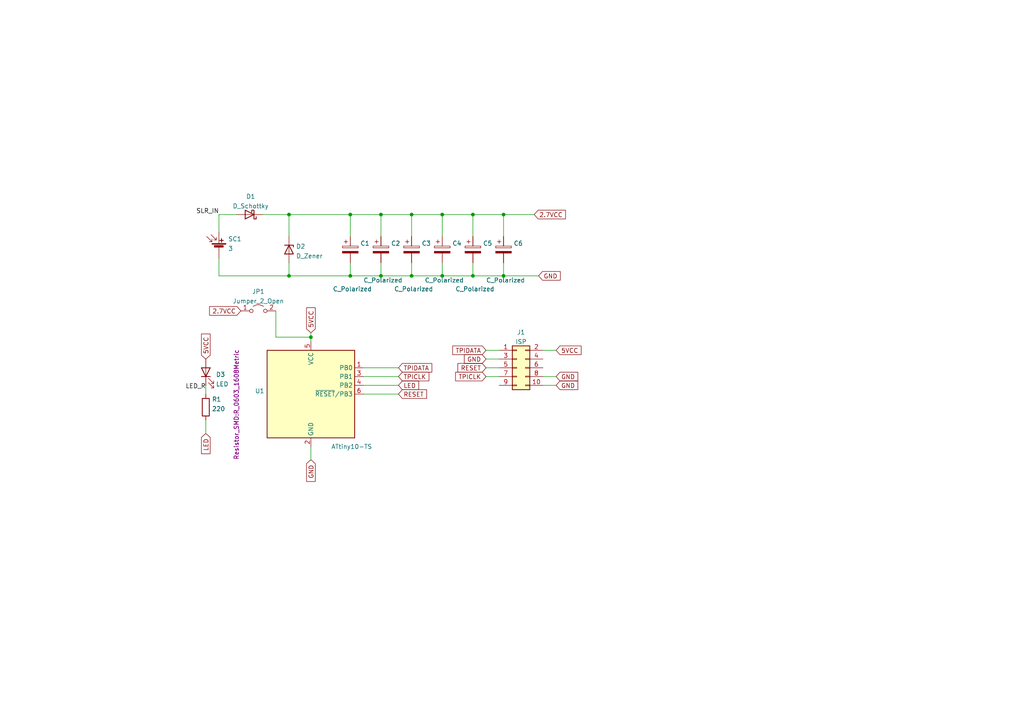
<source format=kicad_sch>
(kicad_sch (version 20211123) (generator eeschema)

  (uuid e63e39d7-6ac0-4ffd-8aa3-1841a4541b55)

  (paper "A4")

  (lib_symbols
    (symbol "Connector_Generic:Conn_02x05_Odd_Even" (pin_names (offset 1.016) hide) (in_bom yes) (on_board yes)
      (property "Reference" "J" (id 0) (at 1.27 7.62 0)
        (effects (font (size 1.27 1.27)))
      )
      (property "Value" "Conn_02x05_Odd_Even" (id 1) (at 1.27 -7.62 0)
        (effects (font (size 1.27 1.27)))
      )
      (property "Footprint" "" (id 2) (at 0 0 0)
        (effects (font (size 1.27 1.27)) hide)
      )
      (property "Datasheet" "~" (id 3) (at 0 0 0)
        (effects (font (size 1.27 1.27)) hide)
      )
      (property "ki_keywords" "connector" (id 4) (at 0 0 0)
        (effects (font (size 1.27 1.27)) hide)
      )
      (property "ki_description" "Generic connector, double row, 02x05, odd/even pin numbering scheme (row 1 odd numbers, row 2 even numbers), script generated (kicad-library-utils/schlib/autogen/connector/)" (id 5) (at 0 0 0)
        (effects (font (size 1.27 1.27)) hide)
      )
      (property "ki_fp_filters" "Connector*:*_2x??_*" (id 6) (at 0 0 0)
        (effects (font (size 1.27 1.27)) hide)
      )
      (symbol "Conn_02x05_Odd_Even_1_1"
        (rectangle (start -1.27 -4.953) (end 0 -5.207)
          (stroke (width 0.1524) (type default) (color 0 0 0 0))
          (fill (type none))
        )
        (rectangle (start -1.27 -2.413) (end 0 -2.667)
          (stroke (width 0.1524) (type default) (color 0 0 0 0))
          (fill (type none))
        )
        (rectangle (start -1.27 0.127) (end 0 -0.127)
          (stroke (width 0.1524) (type default) (color 0 0 0 0))
          (fill (type none))
        )
        (rectangle (start -1.27 2.667) (end 0 2.413)
          (stroke (width 0.1524) (type default) (color 0 0 0 0))
          (fill (type none))
        )
        (rectangle (start -1.27 5.207) (end 0 4.953)
          (stroke (width 0.1524) (type default) (color 0 0 0 0))
          (fill (type none))
        )
        (rectangle (start -1.27 6.35) (end 3.81 -6.35)
          (stroke (width 0.254) (type default) (color 0 0 0 0))
          (fill (type background))
        )
        (rectangle (start 3.81 -4.953) (end 2.54 -5.207)
          (stroke (width 0.1524) (type default) (color 0 0 0 0))
          (fill (type none))
        )
        (rectangle (start 3.81 -2.413) (end 2.54 -2.667)
          (stroke (width 0.1524) (type default) (color 0 0 0 0))
          (fill (type none))
        )
        (rectangle (start 3.81 0.127) (end 2.54 -0.127)
          (stroke (width 0.1524) (type default) (color 0 0 0 0))
          (fill (type none))
        )
        (rectangle (start 3.81 2.667) (end 2.54 2.413)
          (stroke (width 0.1524) (type default) (color 0 0 0 0))
          (fill (type none))
        )
        (rectangle (start 3.81 5.207) (end 2.54 4.953)
          (stroke (width 0.1524) (type default) (color 0 0 0 0))
          (fill (type none))
        )
        (pin passive line (at -5.08 5.08 0) (length 3.81)
          (name "Pin_1" (effects (font (size 1.27 1.27))))
          (number "1" (effects (font (size 1.27 1.27))))
        )
        (pin passive line (at 7.62 -5.08 180) (length 3.81)
          (name "Pin_10" (effects (font (size 1.27 1.27))))
          (number "10" (effects (font (size 1.27 1.27))))
        )
        (pin passive line (at 7.62 5.08 180) (length 3.81)
          (name "Pin_2" (effects (font (size 1.27 1.27))))
          (number "2" (effects (font (size 1.27 1.27))))
        )
        (pin passive line (at -5.08 2.54 0) (length 3.81)
          (name "Pin_3" (effects (font (size 1.27 1.27))))
          (number "3" (effects (font (size 1.27 1.27))))
        )
        (pin passive line (at 7.62 2.54 180) (length 3.81)
          (name "Pin_4" (effects (font (size 1.27 1.27))))
          (number "4" (effects (font (size 1.27 1.27))))
        )
        (pin passive line (at -5.08 0 0) (length 3.81)
          (name "Pin_5" (effects (font (size 1.27 1.27))))
          (number "5" (effects (font (size 1.27 1.27))))
        )
        (pin passive line (at 7.62 0 180) (length 3.81)
          (name "Pin_6" (effects (font (size 1.27 1.27))))
          (number "6" (effects (font (size 1.27 1.27))))
        )
        (pin passive line (at -5.08 -2.54 0) (length 3.81)
          (name "Pin_7" (effects (font (size 1.27 1.27))))
          (number "7" (effects (font (size 1.27 1.27))))
        )
        (pin passive line (at 7.62 -2.54 180) (length 3.81)
          (name "Pin_8" (effects (font (size 1.27 1.27))))
          (number "8" (effects (font (size 1.27 1.27))))
        )
        (pin passive line (at -5.08 -5.08 0) (length 3.81)
          (name "Pin_9" (effects (font (size 1.27 1.27))))
          (number "9" (effects (font (size 1.27 1.27))))
        )
      )
    )
    (symbol "Device:C_Polarized" (pin_numbers hide) (pin_names (offset 0.254)) (in_bom yes) (on_board yes)
      (property "Reference" "C" (id 0) (at 0.635 2.54 0)
        (effects (font (size 1.27 1.27)) (justify left))
      )
      (property "Value" "C_Polarized" (id 1) (at 0.635 -2.54 0)
        (effects (font (size 1.27 1.27)) (justify left))
      )
      (property "Footprint" "" (id 2) (at 0.9652 -3.81 0)
        (effects (font (size 1.27 1.27)) hide)
      )
      (property "Datasheet" "~" (id 3) (at 0 0 0)
        (effects (font (size 1.27 1.27)) hide)
      )
      (property "ki_keywords" "cap capacitor" (id 4) (at 0 0 0)
        (effects (font (size 1.27 1.27)) hide)
      )
      (property "ki_description" "Polarized capacitor" (id 5) (at 0 0 0)
        (effects (font (size 1.27 1.27)) hide)
      )
      (property "ki_fp_filters" "CP_*" (id 6) (at 0 0 0)
        (effects (font (size 1.27 1.27)) hide)
      )
      (symbol "C_Polarized_0_1"
        (rectangle (start -2.286 0.508) (end 2.286 1.016)
          (stroke (width 0) (type default) (color 0 0 0 0))
          (fill (type none))
        )
        (polyline
          (pts
            (xy -1.778 2.286)
            (xy -0.762 2.286)
          )
          (stroke (width 0) (type default) (color 0 0 0 0))
          (fill (type none))
        )
        (polyline
          (pts
            (xy -1.27 2.794)
            (xy -1.27 1.778)
          )
          (stroke (width 0) (type default) (color 0 0 0 0))
          (fill (type none))
        )
        (rectangle (start 2.286 -0.508) (end -2.286 -1.016)
          (stroke (width 0) (type default) (color 0 0 0 0))
          (fill (type outline))
        )
      )
      (symbol "C_Polarized_1_1"
        (pin passive line (at 0 3.81 270) (length 2.794)
          (name "~" (effects (font (size 1.27 1.27))))
          (number "1" (effects (font (size 1.27 1.27))))
        )
        (pin passive line (at 0 -3.81 90) (length 2.794)
          (name "~" (effects (font (size 1.27 1.27))))
          (number "2" (effects (font (size 1.27 1.27))))
        )
      )
    )
    (symbol "Device:D_Schottky" (pin_numbers hide) (pin_names (offset 1.016) hide) (in_bom yes) (on_board yes)
      (property "Reference" "D" (id 0) (at 0 2.54 0)
        (effects (font (size 1.27 1.27)))
      )
      (property "Value" "D_Schottky" (id 1) (at 0 -2.54 0)
        (effects (font (size 1.27 1.27)))
      )
      (property "Footprint" "" (id 2) (at 0 0 0)
        (effects (font (size 1.27 1.27)) hide)
      )
      (property "Datasheet" "~" (id 3) (at 0 0 0)
        (effects (font (size 1.27 1.27)) hide)
      )
      (property "ki_keywords" "diode Schottky" (id 4) (at 0 0 0)
        (effects (font (size 1.27 1.27)) hide)
      )
      (property "ki_description" "Schottky diode" (id 5) (at 0 0 0)
        (effects (font (size 1.27 1.27)) hide)
      )
      (property "ki_fp_filters" "TO-???* *_Diode_* *SingleDiode* D_*" (id 6) (at 0 0 0)
        (effects (font (size 1.27 1.27)) hide)
      )
      (symbol "D_Schottky_0_1"
        (polyline
          (pts
            (xy 1.27 0)
            (xy -1.27 0)
          )
          (stroke (width 0) (type default) (color 0 0 0 0))
          (fill (type none))
        )
        (polyline
          (pts
            (xy 1.27 1.27)
            (xy 1.27 -1.27)
            (xy -1.27 0)
            (xy 1.27 1.27)
          )
          (stroke (width 0.254) (type default) (color 0 0 0 0))
          (fill (type none))
        )
        (polyline
          (pts
            (xy -1.905 0.635)
            (xy -1.905 1.27)
            (xy -1.27 1.27)
            (xy -1.27 -1.27)
            (xy -0.635 -1.27)
            (xy -0.635 -0.635)
          )
          (stroke (width 0.254) (type default) (color 0 0 0 0))
          (fill (type none))
        )
      )
      (symbol "D_Schottky_1_1"
        (pin passive line (at -3.81 0 0) (length 2.54)
          (name "K" (effects (font (size 1.27 1.27))))
          (number "1" (effects (font (size 1.27 1.27))))
        )
        (pin passive line (at 3.81 0 180) (length 2.54)
          (name "A" (effects (font (size 1.27 1.27))))
          (number "2" (effects (font (size 1.27 1.27))))
        )
      )
    )
    (symbol "Device:D_Zener" (pin_numbers hide) (pin_names (offset 1.016) hide) (in_bom yes) (on_board yes)
      (property "Reference" "D" (id 0) (at 0 2.54 0)
        (effects (font (size 1.27 1.27)))
      )
      (property "Value" "D_Zener" (id 1) (at 0 -2.54 0)
        (effects (font (size 1.27 1.27)))
      )
      (property "Footprint" "" (id 2) (at 0 0 0)
        (effects (font (size 1.27 1.27)) hide)
      )
      (property "Datasheet" "~" (id 3) (at 0 0 0)
        (effects (font (size 1.27 1.27)) hide)
      )
      (property "ki_keywords" "diode" (id 4) (at 0 0 0)
        (effects (font (size 1.27 1.27)) hide)
      )
      (property "ki_description" "Zener diode" (id 5) (at 0 0 0)
        (effects (font (size 1.27 1.27)) hide)
      )
      (property "ki_fp_filters" "TO-???* *_Diode_* *SingleDiode* D_*" (id 6) (at 0 0 0)
        (effects (font (size 1.27 1.27)) hide)
      )
      (symbol "D_Zener_0_1"
        (polyline
          (pts
            (xy 1.27 0)
            (xy -1.27 0)
          )
          (stroke (width 0) (type default) (color 0 0 0 0))
          (fill (type none))
        )
        (polyline
          (pts
            (xy -1.27 -1.27)
            (xy -1.27 1.27)
            (xy -0.762 1.27)
          )
          (stroke (width 0.254) (type default) (color 0 0 0 0))
          (fill (type none))
        )
        (polyline
          (pts
            (xy 1.27 -1.27)
            (xy 1.27 1.27)
            (xy -1.27 0)
            (xy 1.27 -1.27)
          )
          (stroke (width 0.254) (type default) (color 0 0 0 0))
          (fill (type none))
        )
      )
      (symbol "D_Zener_1_1"
        (pin passive line (at -3.81 0 0) (length 2.54)
          (name "K" (effects (font (size 1.27 1.27))))
          (number "1" (effects (font (size 1.27 1.27))))
        )
        (pin passive line (at 3.81 0 180) (length 2.54)
          (name "A" (effects (font (size 1.27 1.27))))
          (number "2" (effects (font (size 1.27 1.27))))
        )
      )
    )
    (symbol "Device:LED" (pin_numbers hide) (pin_names (offset 1.016) hide) (in_bom yes) (on_board yes)
      (property "Reference" "D" (id 0) (at 0 2.54 0)
        (effects (font (size 1.27 1.27)))
      )
      (property "Value" "LED" (id 1) (at 0 -2.54 0)
        (effects (font (size 1.27 1.27)))
      )
      (property "Footprint" "" (id 2) (at 0 0 0)
        (effects (font (size 1.27 1.27)) hide)
      )
      (property "Datasheet" "~" (id 3) (at 0 0 0)
        (effects (font (size 1.27 1.27)) hide)
      )
      (property "ki_keywords" "LED diode" (id 4) (at 0 0 0)
        (effects (font (size 1.27 1.27)) hide)
      )
      (property "ki_description" "Light emitting diode" (id 5) (at 0 0 0)
        (effects (font (size 1.27 1.27)) hide)
      )
      (property "ki_fp_filters" "LED* LED_SMD:* LED_THT:*" (id 6) (at 0 0 0)
        (effects (font (size 1.27 1.27)) hide)
      )
      (symbol "LED_0_1"
        (polyline
          (pts
            (xy -1.27 -1.27)
            (xy -1.27 1.27)
          )
          (stroke (width 0.254) (type default) (color 0 0 0 0))
          (fill (type none))
        )
        (polyline
          (pts
            (xy -1.27 0)
            (xy 1.27 0)
          )
          (stroke (width 0) (type default) (color 0 0 0 0))
          (fill (type none))
        )
        (polyline
          (pts
            (xy 1.27 -1.27)
            (xy 1.27 1.27)
            (xy -1.27 0)
            (xy 1.27 -1.27)
          )
          (stroke (width 0.254) (type default) (color 0 0 0 0))
          (fill (type none))
        )
        (polyline
          (pts
            (xy -3.048 -0.762)
            (xy -4.572 -2.286)
            (xy -3.81 -2.286)
            (xy -4.572 -2.286)
            (xy -4.572 -1.524)
          )
          (stroke (width 0) (type default) (color 0 0 0 0))
          (fill (type none))
        )
        (polyline
          (pts
            (xy -1.778 -0.762)
            (xy -3.302 -2.286)
            (xy -2.54 -2.286)
            (xy -3.302 -2.286)
            (xy -3.302 -1.524)
          )
          (stroke (width 0) (type default) (color 0 0 0 0))
          (fill (type none))
        )
      )
      (symbol "LED_1_1"
        (pin passive line (at -3.81 0 0) (length 2.54)
          (name "K" (effects (font (size 1.27 1.27))))
          (number "1" (effects (font (size 1.27 1.27))))
        )
        (pin passive line (at 3.81 0 180) (length 2.54)
          (name "A" (effects (font (size 1.27 1.27))))
          (number "2" (effects (font (size 1.27 1.27))))
        )
      )
    )
    (symbol "Device:R" (pin_numbers hide) (pin_names (offset 0)) (in_bom yes) (on_board yes)
      (property "Reference" "R" (id 0) (at 2.032 0 90)
        (effects (font (size 1.27 1.27)))
      )
      (property "Value" "R" (id 1) (at 0 0 90)
        (effects (font (size 1.27 1.27)))
      )
      (property "Footprint" "" (id 2) (at -1.778 0 90)
        (effects (font (size 1.27 1.27)) hide)
      )
      (property "Datasheet" "~" (id 3) (at 0 0 0)
        (effects (font (size 1.27 1.27)) hide)
      )
      (property "ki_keywords" "R res resistor" (id 4) (at 0 0 0)
        (effects (font (size 1.27 1.27)) hide)
      )
      (property "ki_description" "Resistor" (id 5) (at 0 0 0)
        (effects (font (size 1.27 1.27)) hide)
      )
      (property "ki_fp_filters" "R_*" (id 6) (at 0 0 0)
        (effects (font (size 1.27 1.27)) hide)
      )
      (symbol "R_0_1"
        (rectangle (start -1.016 -2.54) (end 1.016 2.54)
          (stroke (width 0.254) (type default) (color 0 0 0 0))
          (fill (type none))
        )
      )
      (symbol "R_1_1"
        (pin passive line (at 0 3.81 270) (length 1.27)
          (name "~" (effects (font (size 1.27 1.27))))
          (number "1" (effects (font (size 1.27 1.27))))
        )
        (pin passive line (at 0 -3.81 90) (length 1.27)
          (name "~" (effects (font (size 1.27 1.27))))
          (number "2" (effects (font (size 1.27 1.27))))
        )
      )
    )
    (symbol "Device:Solar_Cell" (pin_numbers hide) (pin_names (offset 0) hide) (in_bom yes) (on_board yes)
      (property "Reference" "SC" (id 0) (at 2.54 2.54 0)
        (effects (font (size 1.27 1.27)) (justify left))
      )
      (property "Value" "Solar_Cell" (id 1) (at 2.54 0 0)
        (effects (font (size 1.27 1.27)) (justify left))
      )
      (property "Footprint" "" (id 2) (at 0 1.524 90)
        (effects (font (size 1.27 1.27)) hide)
      )
      (property "Datasheet" "~" (id 3) (at 0 1.524 90)
        (effects (font (size 1.27 1.27)) hide)
      )
      (property "ki_keywords" "solar cell" (id 4) (at 0 0 0)
        (effects (font (size 1.27 1.27)) hide)
      )
      (property "ki_description" "Single solar cell" (id 5) (at 0 0 0)
        (effects (font (size 1.27 1.27)) hide)
      )
      (symbol "Solar_Cell_0_1"
        (rectangle (start -2.032 1.778) (end 2.032 1.524)
          (stroke (width 0) (type default) (color 0 0 0 0))
          (fill (type outline))
        )
        (rectangle (start -1.3208 1.1938) (end 1.27 0.6858)
          (stroke (width 0) (type default) (color 0 0 0 0))
          (fill (type outline))
        )
        (polyline
          (pts
            (xy -2.032 2.286)
            (xy -3.556 3.81)
          )
          (stroke (width 0) (type default) (color 0 0 0 0))
          (fill (type none))
        )
        (polyline
          (pts
            (xy -0.762 2.794)
            (xy -2.286 4.318)
          )
          (stroke (width 0) (type default) (color 0 0 0 0))
          (fill (type none))
        )
        (polyline
          (pts
            (xy 0 0.762)
            (xy 0 0)
          )
          (stroke (width 0) (type default) (color 0 0 0 0))
          (fill (type none))
        )
        (polyline
          (pts
            (xy 0 1.778)
            (xy 0 2.54)
          )
          (stroke (width 0) (type default) (color 0 0 0 0))
          (fill (type none))
        )
        (polyline
          (pts
            (xy 0.254 2.667)
            (xy 1.27 2.667)
          )
          (stroke (width 0.254) (type default) (color 0 0 0 0))
          (fill (type none))
        )
        (polyline
          (pts
            (xy 0.762 3.175)
            (xy 0.762 2.159)
          )
          (stroke (width 0.254) (type default) (color 0 0 0 0))
          (fill (type none))
        )
        (polyline
          (pts
            (xy -2.032 3.048)
            (xy -2.032 2.286)
            (xy -2.794 2.286)
          )
          (stroke (width 0) (type default) (color 0 0 0 0))
          (fill (type none))
        )
        (polyline
          (pts
            (xy -0.762 3.556)
            (xy -0.762 2.794)
            (xy -1.524 2.794)
          )
          (stroke (width 0) (type default) (color 0 0 0 0))
          (fill (type none))
        )
      )
      (symbol "Solar_Cell_1_1"
        (pin passive line (at 0 5.08 270) (length 2.54)
          (name "+" (effects (font (size 1.27 1.27))))
          (number "1" (effects (font (size 1.27 1.27))))
        )
        (pin passive line (at 0 -2.54 90) (length 2.54)
          (name "-" (effects (font (size 1.27 1.27))))
          (number "2" (effects (font (size 1.27 1.27))))
        )
      )
    )
    (symbol "Jumper:Jumper_2_Open" (pin_names (offset 0) hide) (in_bom yes) (on_board yes)
      (property "Reference" "JP" (id 0) (at 0 2.794 0)
        (effects (font (size 1.27 1.27)))
      )
      (property "Value" "Jumper_2_Open" (id 1) (at 0 -2.286 0)
        (effects (font (size 1.27 1.27)))
      )
      (property "Footprint" "" (id 2) (at 0 0 0)
        (effects (font (size 1.27 1.27)) hide)
      )
      (property "Datasheet" "~" (id 3) (at 0 0 0)
        (effects (font (size 1.27 1.27)) hide)
      )
      (property "ki_keywords" "Jumper SPST" (id 4) (at 0 0 0)
        (effects (font (size 1.27 1.27)) hide)
      )
      (property "ki_description" "Jumper, 2-pole, open" (id 5) (at 0 0 0)
        (effects (font (size 1.27 1.27)) hide)
      )
      (property "ki_fp_filters" "Jumper* TestPoint*2Pads* TestPoint*Bridge*" (id 6) (at 0 0 0)
        (effects (font (size 1.27 1.27)) hide)
      )
      (symbol "Jumper_2_Open_0_0"
        (circle (center -2.032 0) (radius 0.508)
          (stroke (width 0) (type default) (color 0 0 0 0))
          (fill (type none))
        )
        (circle (center 2.032 0) (radius 0.508)
          (stroke (width 0) (type default) (color 0 0 0 0))
          (fill (type none))
        )
      )
      (symbol "Jumper_2_Open_0_1"
        (arc (start 1.524 1.27) (mid 0 1.778) (end -1.524 1.27)
          (stroke (width 0) (type default) (color 0 0 0 0))
          (fill (type none))
        )
      )
      (symbol "Jumper_2_Open_1_1"
        (pin passive line (at -5.08 0 0) (length 2.54)
          (name "A" (effects (font (size 1.27 1.27))))
          (number "1" (effects (font (size 1.27 1.27))))
        )
        (pin passive line (at 5.08 0 180) (length 2.54)
          (name "B" (effects (font (size 1.27 1.27))))
          (number "2" (effects (font (size 1.27 1.27))))
        )
      )
    )
    (symbol "MCU_Microchip_ATtiny:ATtiny10-TS" (in_bom yes) (on_board yes)
      (property "Reference" "U" (id 0) (at -12.7 13.97 0)
        (effects (font (size 1.27 1.27)) (justify left bottom))
      )
      (property "Value" "ATtiny10-TS" (id 1) (at 2.54 -13.97 0)
        (effects (font (size 1.27 1.27)) (justify left top))
      )
      (property "Footprint" "Package_TO_SOT_SMD:SOT-23-6" (id 2) (at 0 0 0)
        (effects (font (size 1.27 1.27) italic) hide)
      )
      (property "Datasheet" "http://ww1.microchip.com/downloads/en/DeviceDoc/Atmel-8127-AVR-8-bit-Microcontroller-ATtiny4-ATtiny5-ATtiny9-ATtiny10_Datasheet.pdf" (id 3) (at 0 0 0)
        (effects (font (size 1.27 1.27)) hide)
      )
      (property "ki_keywords" "AVR 8bit Microcontroller tinyAVR" (id 4) (at 0 0 0)
        (effects (font (size 1.27 1.27)) hide)
      )
      (property "ki_description" "12MHz, 1kB Flash, 32B SRAM, No EEPROM, ADC, SOT-23-6" (id 5) (at 0 0 0)
        (effects (font (size 1.27 1.27)) hide)
      )
      (property "ki_fp_filters" "SOT?23?6*" (id 6) (at 0 0 0)
        (effects (font (size 1.27 1.27)) hide)
      )
      (symbol "ATtiny10-TS_0_1"
        (rectangle (start -12.7 -12.7) (end 12.7 12.7)
          (stroke (width 0.254) (type default) (color 0 0 0 0))
          (fill (type background))
        )
      )
      (symbol "ATtiny10-TS_1_1"
        (pin bidirectional line (at 15.24 7.62 180) (length 2.54)
          (name "PB0" (effects (font (size 1.27 1.27))))
          (number "1" (effects (font (size 1.27 1.27))))
        )
        (pin power_in line (at 0 -15.24 90) (length 2.54)
          (name "GND" (effects (font (size 1.27 1.27))))
          (number "2" (effects (font (size 1.27 1.27))))
        )
        (pin bidirectional line (at 15.24 5.08 180) (length 2.54)
          (name "PB1" (effects (font (size 1.27 1.27))))
          (number "3" (effects (font (size 1.27 1.27))))
        )
        (pin bidirectional line (at 15.24 2.54 180) (length 2.54)
          (name "PB2" (effects (font (size 1.27 1.27))))
          (number "4" (effects (font (size 1.27 1.27))))
        )
        (pin power_in line (at 0 15.24 270) (length 2.54)
          (name "VCC" (effects (font (size 1.27 1.27))))
          (number "5" (effects (font (size 1.27 1.27))))
        )
        (pin bidirectional line (at 15.24 0 180) (length 2.54)
          (name "~{RESET}/PB3" (effects (font (size 1.27 1.27))))
          (number "6" (effects (font (size 1.27 1.27))))
        )
      )
    )
  )

  (junction (at 128.27 80.01) (diameter 0) (color 0 0 0 0)
    (uuid 00074e33-34a2-401f-9172-43240616ed64)
  )
  (junction (at 110.49 80.01) (diameter 0) (color 0 0 0 0)
    (uuid 196df641-188e-42be-bfd5-3b73999c9340)
  )
  (junction (at 137.16 62.23) (diameter 0) (color 0 0 0 0)
    (uuid 1e630552-64f1-4b1e-bf36-d083cefac118)
  )
  (junction (at 128.27 62.23) (diameter 0) (color 0 0 0 0)
    (uuid 4db3d835-759e-428d-8c7d-7360ec0f8969)
  )
  (junction (at 119.38 62.23) (diameter 0) (color 0 0 0 0)
    (uuid 55f7e46c-97d7-4154-81fe-9f8a060ae2a6)
  )
  (junction (at 146.05 80.01) (diameter 0) (color 0 0 0 0)
    (uuid 670cc3ae-fafc-449a-bdf7-6d3778c2b497)
  )
  (junction (at 101.6 62.23) (diameter 0) (color 0 0 0 0)
    (uuid 68d79f59-914c-437e-87b6-b3fcc70fb337)
  )
  (junction (at 90.17 97.79) (diameter 0) (color 0 0 0 0)
    (uuid 889278bf-0fab-440b-8e14-cf47818b4f62)
  )
  (junction (at 110.49 62.23) (diameter 0) (color 0 0 0 0)
    (uuid 95d541ec-ae0d-47e9-b844-a9f0310c64ef)
  )
  (junction (at 101.6 80.01) (diameter 0) (color 0 0 0 0)
    (uuid 9ca7c142-8976-4bce-9681-5f8ed596edf1)
  )
  (junction (at 83.82 62.23) (diameter 0) (color 0 0 0 0)
    (uuid e0bdfc74-59eb-49e8-97d1-db490fbe5a34)
  )
  (junction (at 83.82 80.01) (diameter 0) (color 0 0 0 0)
    (uuid e73ba54f-b826-40a9-83b5-80a32ffbf61c)
  )
  (junction (at 146.05 62.23) (diameter 0) (color 0 0 0 0)
    (uuid fa3a7465-64d2-4d78-8df7-d7b4267cfda9)
  )
  (junction (at 119.38 80.01) (diameter 0) (color 0 0 0 0)
    (uuid fb55321b-fb62-4406-b121-03b1f0355b6e)
  )
  (junction (at 137.16 80.01) (diameter 0) (color 0 0 0 0)
    (uuid fee2eb14-878e-4717-8fb1-e6c299500135)
  )

  (wire (pts (xy 110.49 62.23) (xy 110.49 68.58))
    (stroke (width 0) (type default) (color 0 0 0 0))
    (uuid 00f45313-a3ac-44cb-87a7-93eee8b060f3)
  )
  (wire (pts (xy 140.97 106.68) (xy 144.78 106.68))
    (stroke (width 0) (type default) (color 0 0 0 0))
    (uuid 031d52f3-b212-4fa1-b3cb-246aa6743308)
  )
  (wire (pts (xy 105.41 109.22) (xy 115.57 109.22))
    (stroke (width 0) (type default) (color 0 0 0 0))
    (uuid 0938f90e-7434-49c2-88de-3d1bfde4dc11)
  )
  (wire (pts (xy 63.5 74.93) (xy 63.5 80.01))
    (stroke (width 0) (type default) (color 0 0 0 0))
    (uuid 1066b53b-9c27-44e1-b260-1f7016728f2c)
  )
  (wire (pts (xy 90.17 97.79) (xy 90.17 99.06))
    (stroke (width 0) (type default) (color 0 0 0 0))
    (uuid 15941d7a-f595-4f96-b806-3fd20660689a)
  )
  (wire (pts (xy 90.17 133.35) (xy 90.17 129.54))
    (stroke (width 0) (type default) (color 0 0 0 0))
    (uuid 1ed92cd0-54f0-496d-972a-6dd6d8592f00)
  )
  (wire (pts (xy 101.6 80.01) (xy 110.49 80.01))
    (stroke (width 0) (type default) (color 0 0 0 0))
    (uuid 207f1c24-796a-4fce-9c6e-0d994708e3b3)
  )
  (wire (pts (xy 105.41 111.76) (xy 115.57 111.76))
    (stroke (width 0) (type default) (color 0 0 0 0))
    (uuid 2892906c-8a80-4bb0-a63c-9fe400bdec64)
  )
  (wire (pts (xy 128.27 62.23) (xy 137.16 62.23))
    (stroke (width 0) (type default) (color 0 0 0 0))
    (uuid 2c904f09-3eb1-4ec9-b9ec-8dee7e86201f)
  )
  (wire (pts (xy 80.01 97.79) (xy 90.17 97.79))
    (stroke (width 0) (type default) (color 0 0 0 0))
    (uuid 2dbcb893-1957-4f47-a0d3-2a002434e792)
  )
  (wire (pts (xy 157.48 111.76) (xy 161.29 111.76))
    (stroke (width 0) (type default) (color 0 0 0 0))
    (uuid 2df5fef6-2edb-481c-ab14-eaffbbd742fe)
  )
  (wire (pts (xy 119.38 76.2) (xy 119.38 80.01))
    (stroke (width 0) (type default) (color 0 0 0 0))
    (uuid 31b49213-3efb-46ce-acf2-8aaf619659e1)
  )
  (wire (pts (xy 110.49 76.2) (xy 110.49 80.01))
    (stroke (width 0) (type default) (color 0 0 0 0))
    (uuid 346360fe-6a82-455c-91fa-ed9edaf75678)
  )
  (wire (pts (xy 83.82 76.2) (xy 83.82 80.01))
    (stroke (width 0) (type default) (color 0 0 0 0))
    (uuid 34fb8779-9a92-44ba-b6c9-7eaf7f2a97bd)
  )
  (wire (pts (xy 146.05 76.2) (xy 146.05 80.01))
    (stroke (width 0) (type default) (color 0 0 0 0))
    (uuid 3904015b-defd-406c-98cf-4894eb643cc9)
  )
  (wire (pts (xy 128.27 80.01) (xy 137.16 80.01))
    (stroke (width 0) (type default) (color 0 0 0 0))
    (uuid 3d120c82-ce6d-4186-b5d9-46eed2e292ee)
  )
  (wire (pts (xy 63.5 80.01) (xy 83.82 80.01))
    (stroke (width 0) (type default) (color 0 0 0 0))
    (uuid 4710beee-1efa-4e95-a9d0-531489e9938f)
  )
  (wire (pts (xy 128.27 76.2) (xy 128.27 80.01))
    (stroke (width 0) (type default) (color 0 0 0 0))
    (uuid 4bbe1ce7-c6e4-4857-865b-8f94f2e0aff7)
  )
  (wire (pts (xy 105.41 114.3) (xy 115.57 114.3))
    (stroke (width 0) (type default) (color 0 0 0 0))
    (uuid 4ca9f5a3-540a-479a-87c9-f2a2b6f53147)
  )
  (wire (pts (xy 157.48 101.6) (xy 161.29 101.6))
    (stroke (width 0) (type default) (color 0 0 0 0))
    (uuid 4d868e47-36ee-4192-b597-de1c1c25b43c)
  )
  (wire (pts (xy 83.82 62.23) (xy 101.6 62.23))
    (stroke (width 0) (type default) (color 0 0 0 0))
    (uuid 4e7bc4a4-0883-49d3-91d8-8b019c6b5cc7)
  )
  (wire (pts (xy 119.38 62.23) (xy 128.27 62.23))
    (stroke (width 0) (type default) (color 0 0 0 0))
    (uuid 4f3dae5a-1d16-400e-a391-e6eed544ba4f)
  )
  (wire (pts (xy 146.05 80.01) (xy 156.21 80.01))
    (stroke (width 0) (type default) (color 0 0 0 0))
    (uuid 5a159875-761f-4c54-af5b-3ec066be7622)
  )
  (wire (pts (xy 63.5 67.31) (xy 63.5 62.23))
    (stroke (width 0) (type default) (color 0 0 0 0))
    (uuid 5bd6220d-ef51-4ffc-839e-a2bf1078bd2a)
  )
  (wire (pts (xy 146.05 62.23) (xy 146.05 68.58))
    (stroke (width 0) (type default) (color 0 0 0 0))
    (uuid 5c780b1a-a221-45d8-872b-dd9b94e2bc5f)
  )
  (wire (pts (xy 140.97 109.22) (xy 144.78 109.22))
    (stroke (width 0) (type default) (color 0 0 0 0))
    (uuid 5c788ba3-1b7e-4660-9f3d-775a3c4b7dca)
  )
  (wire (pts (xy 140.97 104.14) (xy 144.78 104.14))
    (stroke (width 0) (type default) (color 0 0 0 0))
    (uuid 5d8fcfa2-4966-4bf3-970f-25575d0445f8)
  )
  (wire (pts (xy 110.49 62.23) (xy 119.38 62.23))
    (stroke (width 0) (type default) (color 0 0 0 0))
    (uuid 6321ceac-142a-4c86-8321-42819287221a)
  )
  (wire (pts (xy 83.82 80.01) (xy 101.6 80.01))
    (stroke (width 0) (type default) (color 0 0 0 0))
    (uuid 6a7ff31e-f318-4512-92b7-5c2b9db072de)
  )
  (wire (pts (xy 76.2 62.23) (xy 83.82 62.23))
    (stroke (width 0) (type default) (color 0 0 0 0))
    (uuid 7d637fa6-85ea-4505-a399-87ca530fa22e)
  )
  (wire (pts (xy 119.38 80.01) (xy 128.27 80.01))
    (stroke (width 0) (type default) (color 0 0 0 0))
    (uuid 89434e9c-a6ff-4151-be6a-8de2fa2c07be)
  )
  (wire (pts (xy 128.27 62.23) (xy 128.27 68.58))
    (stroke (width 0) (type default) (color 0 0 0 0))
    (uuid 9222ace0-1173-4fa4-ad84-a50c2bf5f4a9)
  )
  (wire (pts (xy 101.6 76.2) (xy 101.6 80.01))
    (stroke (width 0) (type default) (color 0 0 0 0))
    (uuid 9cad6e49-781f-41c3-9051-2eab57c748e4)
  )
  (wire (pts (xy 110.49 80.01) (xy 119.38 80.01))
    (stroke (width 0) (type default) (color 0 0 0 0))
    (uuid 9db6f247-305e-491e-bcd8-6eef02e284d4)
  )
  (wire (pts (xy 59.69 121.92) (xy 59.69 125.73))
    (stroke (width 0) (type default) (color 0 0 0 0))
    (uuid b4877e61-d908-4a92-9ac0-5dfa5a23f7e8)
  )
  (wire (pts (xy 157.48 109.22) (xy 161.29 109.22))
    (stroke (width 0) (type default) (color 0 0 0 0))
    (uuid b5212aeb-c880-474d-b06d-1a0fe43421c0)
  )
  (wire (pts (xy 101.6 62.23) (xy 101.6 68.58))
    (stroke (width 0) (type default) (color 0 0 0 0))
    (uuid b97da0d1-933e-437b-b322-ba7a39e7315f)
  )
  (wire (pts (xy 137.16 62.23) (xy 137.16 68.58))
    (stroke (width 0) (type default) (color 0 0 0 0))
    (uuid c1cffa00-ea60-4605-9042-cd42a6dba9df)
  )
  (wire (pts (xy 83.82 62.23) (xy 83.82 68.58))
    (stroke (width 0) (type default) (color 0 0 0 0))
    (uuid c43ca047-e006-4acc-a678-72a203027a8d)
  )
  (wire (pts (xy 119.38 62.23) (xy 119.38 68.58))
    (stroke (width 0) (type default) (color 0 0 0 0))
    (uuid c5353bab-6942-498e-a03b-2a8ebbadb837)
  )
  (wire (pts (xy 140.97 101.6) (xy 144.78 101.6))
    (stroke (width 0) (type default) (color 0 0 0 0))
    (uuid c7468481-7a51-45fb-9470-a181e730bfe1)
  )
  (wire (pts (xy 137.16 76.2) (xy 137.16 80.01))
    (stroke (width 0) (type default) (color 0 0 0 0))
    (uuid c98cecc3-9483-4291-8162-ee6160a6b987)
  )
  (wire (pts (xy 146.05 62.23) (xy 154.94 62.23))
    (stroke (width 0) (type default) (color 0 0 0 0))
    (uuid cd8f0709-e85b-405f-a762-1e67e3473fa9)
  )
  (wire (pts (xy 63.5 62.23) (xy 68.58 62.23))
    (stroke (width 0) (type default) (color 0 0 0 0))
    (uuid d027317d-5ce6-4903-9c1f-ec306218f1b2)
  )
  (wire (pts (xy 105.41 106.68) (xy 115.57 106.68))
    (stroke (width 0) (type default) (color 0 0 0 0))
    (uuid daf8e4b9-c38f-45e0-9788-49fbd6270355)
  )
  (wire (pts (xy 137.16 62.23) (xy 146.05 62.23))
    (stroke (width 0) (type default) (color 0 0 0 0))
    (uuid e24dd0ab-4d7c-476a-9f92-1b8f2b33b749)
  )
  (wire (pts (xy 80.01 90.17) (xy 80.01 97.79))
    (stroke (width 0) (type default) (color 0 0 0 0))
    (uuid f4b85731-ab42-4e1c-9318-44e89caa1ae9)
  )
  (wire (pts (xy 59.69 114.3) (xy 59.69 111.76))
    (stroke (width 0) (type default) (color 0 0 0 0))
    (uuid f5693b36-24a4-4e95-8efc-9706ec7f766d)
  )
  (wire (pts (xy 137.16 80.01) (xy 146.05 80.01))
    (stroke (width 0) (type default) (color 0 0 0 0))
    (uuid faa662fa-1699-463a-a421-2ea83528a27a)
  )
  (wire (pts (xy 90.17 96.52) (xy 90.17 97.79))
    (stroke (width 0) (type default) (color 0 0 0 0))
    (uuid fb2f8970-b77c-4269-ba94-2c94275e1ea3)
  )
  (wire (pts (xy 101.6 62.23) (xy 110.49 62.23))
    (stroke (width 0) (type default) (color 0 0 0 0))
    (uuid fe1b2620-2cee-44ab-9836-da18956ca669)
  )

  (label "LED_R" (at 59.69 113.03 180)
    (effects (font (size 1.27 1.27)) (justify right bottom))
    (uuid 357f14ac-f463-4f1c-b459-8a9026b94574)
  )
  (label "SLR_IN" (at 63.5 62.23 180)
    (effects (font (size 1.27 1.27)) (justify right bottom))
    (uuid 92bf0a5c-29e3-458b-94c5-3199741d295a)
  )

  (global_label "TPICLK" (shape input) (at 140.97 109.22 180) (fields_autoplaced)
    (effects (font (size 1.27 1.27)) (justify right))
    (uuid 00d01dd8-a49d-41de-8342-4146434cdc99)
    (property "Intersheet References" "${INTERSHEET_REFS}" (id 0) (at 132.1464 109.1406 0)
      (effects (font (size 1.27 1.27)) (justify right) hide)
    )
  )
  (global_label "5VCC" (shape input) (at 90.17 96.52 90) (fields_autoplaced)
    (effects (font (size 1.27 1.27)) (justify left))
    (uuid 00d3f209-8c85-4119-997b-c0aa37c35f41)
    (property "Intersheet References" "${INTERSHEET_REFS}" (id 0) (at 90.0906 89.2688 90)
      (effects (font (size 1.27 1.27)) (justify left) hide)
    )
  )
  (global_label "GND" (shape input) (at 140.97 104.14 180) (fields_autoplaced)
    (effects (font (size 1.27 1.27)) (justify right))
    (uuid 03d62286-7997-46b5-b5ff-fa4ef4a6db67)
    (property "Intersheet References" "${INTERSHEET_REFS}" (id 0) (at 134.6864 104.2194 0)
      (effects (font (size 1.27 1.27)) (justify right) hide)
    )
  )
  (global_label "TPIDATA" (shape input) (at 140.97 101.6 180) (fields_autoplaced)
    (effects (font (size 1.27 1.27)) (justify right))
    (uuid 0db67b2c-d69f-4cb0-b8c0-b62dcea75ae3)
    (property "Intersheet References" "${INTERSHEET_REFS}" (id 0) (at 131.2998 101.5206 0)
      (effects (font (size 1.27 1.27)) (justify right) hide)
    )
  )
  (global_label "2.7VCC" (shape input) (at 69.85 90.17 180) (fields_autoplaced)
    (effects (font (size 1.27 1.27)) (justify right))
    (uuid 1bbd2ca6-a804-4583-ada3-2163e4cc6821)
    (property "Intersheet References" "${INTERSHEET_REFS}" (id 0) (at 60.7845 90.2494 0)
      (effects (font (size 1.27 1.27)) (justify right) hide)
    )
  )
  (global_label "RESET" (shape input) (at 140.97 106.68 180) (fields_autoplaced)
    (effects (font (size 1.27 1.27)) (justify right))
    (uuid 1ce3ff3f-5adf-48dc-b601-ac5d521256e0)
    (property "Intersheet References" "${INTERSHEET_REFS}" (id 0) (at 132.8117 106.6006 0)
      (effects (font (size 1.27 1.27)) (justify right) hide)
    )
  )
  (global_label "LED" (shape input) (at 115.57 111.76 0) (fields_autoplaced)
    (effects (font (size 1.27 1.27)) (justify left))
    (uuid 30633d88-cb16-4e33-a748-1cee2037268c)
    (property "Intersheet References" "${INTERSHEET_REFS}" (id 0) (at 121.4302 111.6806 0)
      (effects (font (size 1.27 1.27)) (justify left) hide)
    )
  )
  (global_label "GND" (shape input) (at 90.17 133.35 270) (fields_autoplaced)
    (effects (font (size 1.27 1.27)) (justify right))
    (uuid 3e581785-3726-47a2-ab02-0983db1f7660)
    (property "Intersheet References" "${INTERSHEET_REFS}" (id 0) (at 90.2494 139.6336 90)
      (effects (font (size 1.27 1.27)) (justify right) hide)
    )
  )
  (global_label "2.7VCC" (shape input) (at 154.94 62.23 0) (fields_autoplaced)
    (effects (font (size 1.27 1.27)) (justify left))
    (uuid 7b80ce58-9dd3-418e-afd9-85e741967bd9)
    (property "Intersheet References" "${INTERSHEET_REFS}" (id 0) (at 164.0055 62.1506 0)
      (effects (font (size 1.27 1.27)) (justify left) hide)
    )
  )
  (global_label "GND" (shape input) (at 161.29 111.76 0) (fields_autoplaced)
    (effects (font (size 1.27 1.27)) (justify left))
    (uuid 7ee3c80f-bccd-436f-bc0d-05f9c381ef16)
    (property "Intersheet References" "${INTERSHEET_REFS}" (id 0) (at 167.5736 111.6806 0)
      (effects (font (size 1.27 1.27)) (justify left) hide)
    )
  )
  (global_label "GND" (shape input) (at 161.29 109.22 0) (fields_autoplaced)
    (effects (font (size 1.27 1.27)) (justify left))
    (uuid 98947254-2be3-49c3-808a-b1df2f1183d1)
    (property "Intersheet References" "${INTERSHEET_REFS}" (id 0) (at 167.5736 109.1406 0)
      (effects (font (size 1.27 1.27)) (justify left) hide)
    )
  )
  (global_label "GND" (shape input) (at 156.21 80.01 0) (fields_autoplaced)
    (effects (font (size 1.27 1.27)) (justify left))
    (uuid 9a29f4fb-9bc3-4ec6-9d8b-438f50b95b83)
    (property "Intersheet References" "${INTERSHEET_REFS}" (id 0) (at 162.4936 79.9306 0)
      (effects (font (size 1.27 1.27)) (justify left) hide)
    )
  )
  (global_label "TPIDATA" (shape input) (at 115.57 106.68 0) (fields_autoplaced)
    (effects (font (size 1.27 1.27)) (justify left))
    (uuid a7220907-a9f0-478a-b770-221830a56666)
    (property "Intersheet References" "${INTERSHEET_REFS}" (id 0) (at 125.2402 106.7594 0)
      (effects (font (size 1.27 1.27)) (justify left) hide)
    )
  )
  (global_label "TPICLK" (shape input) (at 115.57 109.22 0) (fields_autoplaced)
    (effects (font (size 1.27 1.27)) (justify left))
    (uuid c496ba81-d915-4830-89f0-5ee328f829b6)
    (property "Intersheet References" "${INTERSHEET_REFS}" (id 0) (at 124.3936 109.2994 0)
      (effects (font (size 1.27 1.27)) (justify left) hide)
    )
  )
  (global_label "5VCC" (shape input) (at 59.69 104.14 90) (fields_autoplaced)
    (effects (font (size 1.27 1.27)) (justify left))
    (uuid ca1e06b5-906d-40af-9b75-6b29121de456)
    (property "Intersheet References" "${INTERSHEET_REFS}" (id 0) (at 59.6106 96.8888 90)
      (effects (font (size 1.27 1.27)) (justify left) hide)
    )
  )
  (global_label "5VCC" (shape input) (at 161.29 101.6 0) (fields_autoplaced)
    (effects (font (size 1.27 1.27)) (justify left))
    (uuid cf358eac-b9b8-4b88-bc6c-e61f2c36aebe)
    (property "Intersheet References" "${INTERSHEET_REFS}" (id 0) (at 168.5412 101.5206 0)
      (effects (font (size 1.27 1.27)) (justify left) hide)
    )
  )
  (global_label "RESET" (shape input) (at 115.57 114.3 0) (fields_autoplaced)
    (effects (font (size 1.27 1.27)) (justify left))
    (uuid fa43206e-5e76-4f58-a013-522706445dfe)
    (property "Intersheet References" "${INTERSHEET_REFS}" (id 0) (at 123.7283 114.3794 0)
      (effects (font (size 1.27 1.27)) (justify left) hide)
    )
  )
  (global_label "LED" (shape input) (at 59.69 125.73 270) (fields_autoplaced)
    (effects (font (size 1.27 1.27)) (justify right))
    (uuid fa9106f8-210b-4623-8b82-bfcbee473f0d)
    (property "Intersheet References" "${INTERSHEET_REFS}" (id 0) (at 59.7694 131.5902 90)
      (effects (font (size 1.27 1.27)) (justify right) hide)
    )
  )

  (symbol (lib_id "Device:R") (at 59.69 118.11 180) (unit 1)
    (in_bom yes) (on_board yes)
    (uuid 0a7f6136-867c-4d10-a0ab-d10917392a0b)
    (property "Reference" "R1" (id 0) (at 61.468 115.8139 0)
      (effects (font (size 1.27 1.27)) (justify right))
    )
    (property "Value" "220" (id 1) (at 61.468 118.589 0)
      (effects (font (size 1.27 1.27)) (justify right))
    )
    (property "Footprint" "Resistor_SMD:R_0603_1608Metric" (id 2) (at 68.58 133.35 90)
      (effects (font (size 1.27 1.27)) (justify right))
    )
    (property "Datasheet" "~" (id 3) (at 59.69 118.11 0)
      (effects (font (size 1.27 1.27)) hide)
    )
    (property "JLC" "C22962" (id 4) (at 59.69 118.11 0)
      (effects (font (size 1.27 1.27)) hide)
    )
    (pin "1" (uuid 297cbb9a-5a99-45e7-add1-7a1c85ec4d1d))
    (pin "2" (uuid 973820a6-9002-4bac-ad5d-2f1f21973ab6))
  )

  (symbol (lib_id "Device:D_Schottky") (at 72.39 62.23 180) (unit 1)
    (in_bom yes) (on_board yes) (fields_autoplaced)
    (uuid 21df9cf4-ee37-4eee-9e69-edb257038a26)
    (property "Reference" "D1" (id 0) (at 72.7075 56.9935 0))
    (property "Value" "D_Schottky" (id 1) (at 72.7075 59.7686 0))
    (property "Footprint" "Diode_SMD:D_SOD-323" (id 2) (at 72.39 62.23 0)
      (effects (font (size 1.27 1.27)) hide)
    )
    (property "Datasheet" "~" (id 3) (at 72.39 62.23 0)
      (effects (font (size 1.27 1.27)) hide)
    )
    (property "LCSC" "C22623" (id 4) (at 72.39 62.23 0)
      (effects (font (size 1.27 1.27)) hide)
    )
    (pin "1" (uuid 26195804-585f-4fd9-9505-0b2f463f4cc0))
    (pin "2" (uuid 9f1054fd-c7d0-45b6-8fa8-08cb2a240093))
  )

  (symbol (lib_id "Device:C_Polarized") (at 128.27 72.39 0) (unit 1)
    (in_bom yes) (on_board yes)
    (uuid 24bb690b-ebcd-4c6b-8494-2aaf16da29bf)
    (property "Reference" "C4" (id 0) (at 131.191 70.5925 0)
      (effects (font (size 1.27 1.27)) (justify left))
    )
    (property "Value" "C_Polarized" (id 1) (at 123.19 81.28 0)
      (effects (font (size 1.27 1.27)) (justify left))
    )
    (property "Footprint" "Capacitor_THT:CP_Radial_D16.0mm_P7.50mm" (id 2) (at 129.2352 76.2 0)
      (effects (font (size 1.27 1.27)) hide)
    )
    (property "Datasheet" "~" (id 3) (at 128.27 72.39 0)
      (effects (font (size 1.27 1.27)) hide)
    )
    (pin "1" (uuid 54cf86ef-f385-47c7-a84b-6c43ac6fb759))
    (pin "2" (uuid db7c7239-b2ed-44b2-9b03-12c0325e7f37))
  )

  (symbol (lib_id "Jumper:Jumper_2_Open") (at 74.93 90.17 0) (unit 1)
    (in_bom yes) (on_board yes) (fields_autoplaced)
    (uuid 2f15bc2f-f4a8-408d-a1b9-655b27a99af8)
    (property "Reference" "JP1" (id 0) (at 74.93 84.5525 0))
    (property "Value" "Jumper_2_Open" (id 1) (at 74.93 87.3276 0))
    (property "Footprint" "Connector_PinHeader_2.54mm:PinHeader_1x02_P2.54mm_Vertical" (id 2) (at 74.93 90.17 0)
      (effects (font (size 1.27 1.27)) hide)
    )
    (property "Datasheet" "~" (id 3) (at 74.93 90.17 0)
      (effects (font (size 1.27 1.27)) hide)
    )
    (pin "1" (uuid ab13bd6b-56f2-4011-be25-4625251cf989))
    (pin "2" (uuid 980f0ec1-1b9f-412d-937a-28990a59863b))
  )

  (symbol (lib_id "MCU_Microchip_ATtiny:ATtiny10-TS") (at 90.17 114.3 0) (unit 1)
    (in_bom yes) (on_board yes)
    (uuid 492e9f6a-df61-459b-90d0-d7a83bc57789)
    (property "Reference" "U1" (id 0) (at 76.7081 113.3915 0)
      (effects (font (size 1.27 1.27)) (justify right))
    )
    (property "Value" "ATtiny10-TS" (id 1) (at 107.95 129.54 0)
      (effects (font (size 1.27 1.27)) (justify right))
    )
    (property "Footprint" "Package_TO_SOT_SMD:SOT-23-6" (id 2) (at 90.17 114.3 0)
      (effects (font (size 1.27 1.27) italic) hide)
    )
    (property "Datasheet" "http://ww1.microchip.com/downloads/en/DeviceDoc/Atmel-8127-AVR-8-bit-Microcontroller-ATtiny4-ATtiny5-ATtiny9-ATtiny10_Datasheet.pdf" (id 3) (at 90.17 114.3 0)
      (effects (font (size 1.27 1.27)) hide)
    )
    (property "LCSC" "C128438" (id 4) (at 90.17 114.3 0)
      (effects (font (size 1.27 1.27)) hide)
    )
    (pin "1" (uuid f9fa9e59-26c2-4a42-a77e-d7f40c7c0027))
    (pin "2" (uuid fc13daa7-16d2-4671-9231-21b3a3dcd3eb))
    (pin "3" (uuid abb99c4f-63f9-4129-b26d-4cc7637258a3))
    (pin "4" (uuid e0611fbe-f2d3-45f8-bc41-936d01a75ebd))
    (pin "5" (uuid 907bcb9e-96eb-477b-9fc6-d2bce38d6454))
    (pin "6" (uuid c1e0ca79-19e6-4b11-8c1c-74e757e560f3))
  )

  (symbol (lib_id "Connector_Generic:Conn_02x05_Odd_Even") (at 149.86 106.68 0) (unit 1)
    (in_bom yes) (on_board yes) (fields_autoplaced)
    (uuid 502b5450-a9f9-4289-a2e5-6125591610ce)
    (property "Reference" "J1" (id 0) (at 151.13 96.3635 0))
    (property "Value" "ISP" (id 1) (at 151.13 99.1386 0))
    (property "Footprint" "Connector_PinHeader_2.54mm:PinHeader_2x05_P2.54mm_Vertical" (id 2) (at 149.86 106.68 0)
      (effects (font (size 1.27 1.27)) hide)
    )
    (property "Datasheet" "~" (id 3) (at 149.86 106.68 0)
      (effects (font (size 1.27 1.27)) hide)
    )
    (pin "1" (uuid f1b16897-deee-44ac-b2ff-44c6824cdda5))
    (pin "10" (uuid 86acee36-0089-4262-a999-8201fcd408d7))
    (pin "2" (uuid fa8ac6ed-763d-43e6-8786-3aa4b34980e7))
    (pin "3" (uuid edb0f6c2-b896-411e-85c5-f3e245457ee3))
    (pin "4" (uuid 9ab51569-ca23-4474-8d26-69a9a49fefd9))
    (pin "5" (uuid 9ff804c8-5425-4361-9231-672923760f96))
    (pin "6" (uuid f4bc2d1a-e576-4293-bce6-48c32368da34))
    (pin "7" (uuid 5e53f77c-00d0-4a1c-a7ec-60945fad1641))
    (pin "8" (uuid 934ebbe9-e66c-4f15-bcb8-4b1cde5519eb))
    (pin "9" (uuid 4cd595eb-9607-4662-901a-c6e206255b29))
  )

  (symbol (lib_id "Device:C_Polarized") (at 119.38 72.39 0) (unit 1)
    (in_bom yes) (on_board yes)
    (uuid 6c3b31ed-bcc6-4f85-a97e-934bfe5e2ae9)
    (property "Reference" "C3" (id 0) (at 122.301 70.5925 0)
      (effects (font (size 1.27 1.27)) (justify left))
    )
    (property "Value" "C_Polarized" (id 1) (at 114.3 83.82 0)
      (effects (font (size 1.27 1.27)) (justify left))
    )
    (property "Footprint" "Capacitor_THT:CP_Radial_D16.0mm_P7.50mm" (id 2) (at 120.3452 76.2 0)
      (effects (font (size 1.27 1.27)) hide)
    )
    (property "Datasheet" "~" (id 3) (at 119.38 72.39 0)
      (effects (font (size 1.27 1.27)) hide)
    )
    (pin "1" (uuid 5e40aaa9-7d65-4db4-904a-8c56473a1708))
    (pin "2" (uuid 316afe85-b420-4fb6-8142-c20414cb1d83))
  )

  (symbol (lib_id "Device:C_Polarized") (at 137.16 72.39 0) (unit 1)
    (in_bom yes) (on_board yes)
    (uuid 7d47261b-dc0d-4148-9f0b-cda3b32f51b1)
    (property "Reference" "C5" (id 0) (at 140.081 70.5925 0)
      (effects (font (size 1.27 1.27)) (justify left))
    )
    (property "Value" "C_Polarized" (id 1) (at 132.08 83.82 0)
      (effects (font (size 1.27 1.27)) (justify left))
    )
    (property "Footprint" "Capacitor_THT:CP_Radial_D16.0mm_P7.50mm" (id 2) (at 138.1252 76.2 0)
      (effects (font (size 1.27 1.27)) hide)
    )
    (property "Datasheet" "~" (id 3) (at 137.16 72.39 0)
      (effects (font (size 1.27 1.27)) hide)
    )
    (pin "1" (uuid defbbfc0-822d-43d4-977b-420948c9f32f))
    (pin "2" (uuid 000bd72a-fc7e-4497-b5d5-ff90f6a7e7d3))
  )

  (symbol (lib_id "Device:C_Polarized") (at 110.49 72.39 0) (unit 1)
    (in_bom yes) (on_board yes)
    (uuid 83a6b5f5-7715-4ae6-8a59-5ba023c6cdac)
    (property "Reference" "C2" (id 0) (at 113.411 70.5925 0)
      (effects (font (size 1.27 1.27)) (justify left))
    )
    (property "Value" "C_Polarized" (id 1) (at 105.41 81.28 0)
      (effects (font (size 1.27 1.27)) (justify left))
    )
    (property "Footprint" "Capacitor_THT:CP_Radial_D16.0mm_P7.50mm" (id 2) (at 111.4552 76.2 0)
      (effects (font (size 1.27 1.27)) hide)
    )
    (property "Datasheet" "~" (id 3) (at 110.49 72.39 0)
      (effects (font (size 1.27 1.27)) hide)
    )
    (pin "1" (uuid 087f7212-24a3-450e-94f2-926b883ed254))
    (pin "2" (uuid d8c9fa2c-13e1-4e18-a49c-f5da45023467))
  )

  (symbol (lib_id "Device:C_Polarized") (at 101.6 72.39 0) (unit 1)
    (in_bom yes) (on_board yes)
    (uuid 8d2d06c3-f3f9-4ba0-a25d-ef3f4dad3b9c)
    (property "Reference" "C1" (id 0) (at 104.521 70.5925 0)
      (effects (font (size 1.27 1.27)) (justify left))
    )
    (property "Value" "C_Polarized" (id 1) (at 96.52 83.82 0)
      (effects (font (size 1.27 1.27)) (justify left))
    )
    (property "Footprint" "Capacitor_THT:CP_Radial_D16.0mm_P7.50mm" (id 2) (at 102.5652 76.2 0)
      (effects (font (size 1.27 1.27)) hide)
    )
    (property "Datasheet" "~" (id 3) (at 101.6 72.39 0)
      (effects (font (size 1.27 1.27)) hide)
    )
    (pin "1" (uuid 637b1bfb-73b1-4275-aa04-7112aaceac48))
    (pin "2" (uuid 33b28bfb-826d-46c2-a396-281ec57f842a))
  )

  (symbol (lib_id "Device:Solar_Cell") (at 63.5 72.39 0) (unit 1)
    (in_bom yes) (on_board yes) (fields_autoplaced)
    (uuid cbb04d4e-2bbc-4354-bc50-1edc5f88068e)
    (property "Reference" "SC1" (id 0) (at 66.167 69.3225 0)
      (effects (font (size 1.27 1.27)) (justify left))
    )
    (property "Value" "Solar_Cell" (id 1) (at 66.167 72.0976 0)
      (effects (font (size 1.27 1.27)) (justify left))
    )
    (property "Footprint" "Connector_PinHeader_2.54mm:PinHeader_1x02_P2.54mm_Vertical" (id 2) (at 63.5 70.866 90)
      (effects (font (size 1.27 1.27)) hide)
    )
    (property "Datasheet" "~" (id 3) (at 63.5 70.866 90)
      (effects (font (size 1.27 1.27)) hide)
    )
    (property "Spice_Primitive" "I" (id 4) (at 63.5 72.39 0)
      (effects (font (size 1.27 1.27)) hide)
    )
    (property "Spice_Model" "dc 3" (id 5) (at 63.5 72.39 0)
      (effects (font (size 1.27 1.27)) hide)
    )
    (property "Spice_Netlist_Enabled" "Y" (id 6) (at 63.5 72.39 0)
      (effects (font (size 1.27 1.27)) hide)
    )
    (pin "1" (uuid b047ff12-846b-410d-b3b4-1a9e4d17b65d))
    (pin "2" (uuid ee73db22-8c3f-4535-b1f1-24cf681a0352))
  )

  (symbol (lib_id "Device:C_Polarized") (at 146.05 72.39 0) (unit 1)
    (in_bom yes) (on_board yes)
    (uuid cbe1d84f-58fe-4a73-a047-433ab35569c3)
    (property "Reference" "C6" (id 0) (at 148.971 70.5925 0)
      (effects (font (size 1.27 1.27)) (justify left))
    )
    (property "Value" "C_Polarized" (id 1) (at 140.97 81.28 0)
      (effects (font (size 1.27 1.27)) (justify left))
    )
    (property "Footprint" "Capacitor_THT:CP_Radial_D16.0mm_P7.50mm" (id 2) (at 147.0152 76.2 0)
      (effects (font (size 1.27 1.27)) hide)
    )
    (property "Datasheet" "~" (id 3) (at 146.05 72.39 0)
      (effects (font (size 1.27 1.27)) hide)
    )
    (pin "1" (uuid 86766f82-02b2-41ac-87e4-f07ae02f41ea))
    (pin "2" (uuid ecb5f09f-9499-4f80-96c9-da9757ca3f4a))
  )

  (symbol (lib_id "Device:LED") (at 59.69 107.95 90) (unit 1)
    (in_bom yes) (on_board yes) (fields_autoplaced)
    (uuid d48d21e9-26d7-4a5d-9b01-cee4f624edbc)
    (property "Reference" "D3" (id 0) (at 62.611 108.629 90)
      (effects (font (size 1.27 1.27)) (justify right))
    )
    (property "Value" "LED" (id 1) (at 62.611 111.4041 90)
      (effects (font (size 1.27 1.27)) (justify right))
    )
    (property "Footprint" "LED_SMD:LED_0603_1608Metric" (id 2) (at 59.69 107.95 0)
      (effects (font (size 1.27 1.27)) hide)
    )
    (property "Datasheet" "~" (id 3) (at 59.69 107.95 0)
      (effects (font (size 1.27 1.27)) hide)
    )
    (property "LCSC" "C2286" (id 4) (at 59.69 107.95 90)
      (effects (font (size 1.27 1.27)) hide)
    )
    (pin "1" (uuid 742f0c2f-7104-4ceb-b934-2123ee33908c))
    (pin "2" (uuid 0444f071-6a08-4742-8f57-00188bba5f81))
  )

  (symbol (lib_id "Device:D_Zener") (at 83.82 72.39 270) (unit 1)
    (in_bom yes) (on_board yes) (fields_autoplaced)
    (uuid edc8f391-0b6a-4a66-802b-2b3733d943db)
    (property "Reference" "D2" (id 0) (at 85.852 71.4815 90)
      (effects (font (size 1.27 1.27)) (justify left))
    )
    (property "Value" "D_Zener" (id 1) (at 85.852 74.2566 90)
      (effects (font (size 1.27 1.27)) (justify left))
    )
    (property "Footprint" "Diode_SMD:D_SOD-123" (id 2) (at 83.82 72.39 0)
      (effects (font (size 1.27 1.27)) hide)
    )
    (property "Datasheet" "~" (id 3) (at 83.82 72.39 0)
      (effects (font (size 1.27 1.27)) hide)
    )
    (property "LCSC" "C96629" (id 4) (at 83.82 72.39 90)
      (effects (font (size 1.27 1.27)) hide)
    )
    (pin "1" (uuid eda8f1ee-257e-49ff-93d3-939baf3eef96))
    (pin "2" (uuid aa23ec5a-3a93-4f2d-aca1-66f8b542d6e4))
  )

  (sheet_instances
    (path "/" (page "1"))
  )

  (symbol_instances
    (path "/8d2d06c3-f3f9-4ba0-a25d-ef3f4dad3b9c"
      (reference "C1") (unit 1) (value "C_Polarized") (footprint "Capacitor_THT:CP_Radial_D16.0mm_P7.50mm")
    )
    (path "/83a6b5f5-7715-4ae6-8a59-5ba023c6cdac"
      (reference "C2") (unit 1) (value "C_Polarized") (footprint "Capacitor_THT:CP_Radial_D16.0mm_P7.50mm")
    )
    (path "/6c3b31ed-bcc6-4f85-a97e-934bfe5e2ae9"
      (reference "C3") (unit 1) (value "C_Polarized") (footprint "Capacitor_THT:CP_Radial_D16.0mm_P7.50mm")
    )
    (path "/24bb690b-ebcd-4c6b-8494-2aaf16da29bf"
      (reference "C4") (unit 1) (value "C_Polarized") (footprint "Capacitor_THT:CP_Radial_D16.0mm_P7.50mm")
    )
    (path "/7d47261b-dc0d-4148-9f0b-cda3b32f51b1"
      (reference "C5") (unit 1) (value "C_Polarized") (footprint "Capacitor_THT:CP_Radial_D16.0mm_P7.50mm")
    )
    (path "/cbe1d84f-58fe-4a73-a047-433ab35569c3"
      (reference "C6") (unit 1) (value "C_Polarized") (footprint "Capacitor_THT:CP_Radial_D16.0mm_P7.50mm")
    )
    (path "/21df9cf4-ee37-4eee-9e69-edb257038a26"
      (reference "D1") (unit 1) (value "D_Schottky") (footprint "Diode_SMD:D_SOD-323")
    )
    (path "/edc8f391-0b6a-4a66-802b-2b3733d943db"
      (reference "D2") (unit 1) (value "D_Zener") (footprint "Diode_SMD:D_SOD-123")
    )
    (path "/d48d21e9-26d7-4a5d-9b01-cee4f624edbc"
      (reference "D3") (unit 1) (value "LED") (footprint "LED_SMD:LED_0603_1608Metric")
    )
    (path "/502b5450-a9f9-4289-a2e5-6125591610ce"
      (reference "J1") (unit 1) (value "ISP") (footprint "Connector_PinHeader_2.54mm:PinHeader_2x05_P2.54mm_Vertical")
    )
    (path "/2f15bc2f-f4a8-408d-a1b9-655b27a99af8"
      (reference "JP1") (unit 1) (value "Jumper_2_Open") (footprint "Connector_PinHeader_2.54mm:PinHeader_1x02_P2.54mm_Vertical")
    )
    (path "/0a7f6136-867c-4d10-a0ab-d10917392a0b"
      (reference "R1") (unit 1) (value "220") (footprint "Resistor_SMD:R_0603_1608Metric")
    )
    (path "/cbb04d4e-2bbc-4354-bc50-1edc5f88068e"
      (reference "SC1") (unit 1) (value "Solar_Cell") (footprint "Connector_PinHeader_2.54mm:PinHeader_1x02_P2.54mm_Vertical")
    )
    (path "/492e9f6a-df61-459b-90d0-d7a83bc57789"
      (reference "U1") (unit 1) (value "ATtiny10-TS") (footprint "Package_TO_SOT_SMD:SOT-23-6")
    )
  )
)

</source>
